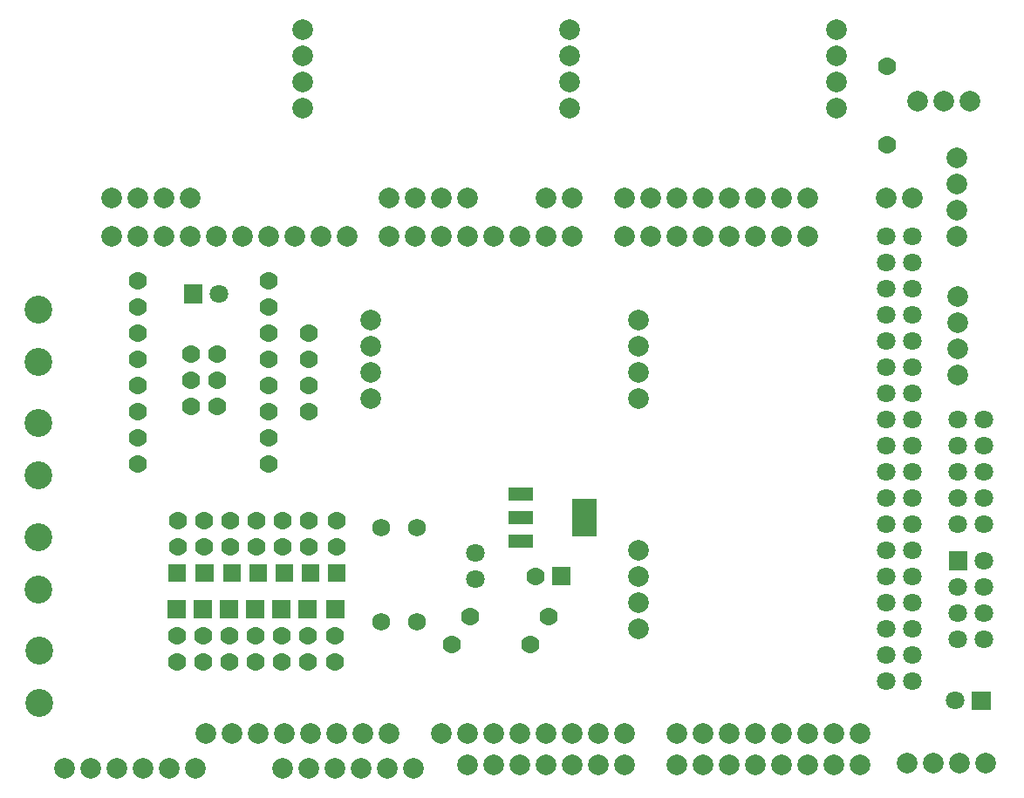
<source format=gts>
G04 Layer: TopSolderMaskLayer*
G04 EasyEDA v6.4.19.2, 2021-05-28T18:10:01+02:00*
G04 3d613cfe214941e49b762df90ee4d122,cfe1dd9c90504c3bbdd6ef614714b9c7,10*
G04 Gerber Generator version 0.2*
G04 Scale: 100 percent, Rotated: No, Reflected: No *
G04 Dimensions in inches *
G04 leading zeros omitted , absolute positions ,3 integer and 6 decimal *
%FSLAX36Y36*%
%MOIN*%

%ADD38C,0.0789*%
%ADD39C,0.0710*%
%ADD40C,0.0698*%
%ADD43C,0.1064*%
%ADD44C,0.0680*%

%LPD*%
D38*
G01*
X2590000Y1995000D03*
G01*
X2590000Y2095000D03*
G01*
X2590000Y2195000D03*
G01*
X2590000Y2295000D03*
D39*
G01*
X985000Y2395000D03*
D40*
G01*
X980000Y1965000D03*
G01*
X980000Y2065000D03*
G01*
X980000Y2165000D03*
G01*
X880000Y2165000D03*
G01*
X880000Y2065000D03*
G01*
X880000Y1965000D03*
G01*
X1330000Y2245000D03*
G01*
X1330000Y2045000D03*
G01*
X1330000Y1945000D03*
G36*
X990100Y1154099D02*
G01*
X990100Y1223899D01*
X1059899Y1223899D01*
X1059899Y1154099D01*
G37*
G01*
X1025000Y1089000D03*
G36*
X1090100Y1154099D02*
G01*
X1090100Y1223899D01*
X1159899Y1223899D01*
X1159899Y1154099D01*
G37*
G01*
X1125000Y1089000D03*
G01*
X1125000Y989000D03*
G36*
X1190100Y1154099D02*
G01*
X1190100Y1223899D01*
X1259899Y1223899D01*
X1259899Y1154099D01*
G37*
G01*
X1225000Y1089000D03*
G01*
X1225000Y989000D03*
G36*
X1290100Y1154099D02*
G01*
X1290100Y1223899D01*
X1359899Y1223899D01*
X1359899Y1154099D01*
G37*
G01*
X1325000Y1089000D03*
G01*
X1325000Y989000D03*
G01*
X1430000Y989000D03*
G01*
X1430000Y1089000D03*
G36*
X1395100Y1154099D02*
G01*
X1395100Y1223899D01*
X1464899Y1223899D01*
X1464899Y1154099D01*
G37*
G36*
X890100Y1154099D02*
G01*
X890100Y1223899D01*
X959899Y1223899D01*
X959899Y1154099D01*
G37*
G01*
X925000Y1089000D03*
G01*
X925000Y989000D03*
G01*
X1025000Y989000D03*
G01*
X930200Y1428020D03*
G01*
X930200Y1528020D03*
G36*
X1400299Y1293099D02*
G01*
X1400299Y1362899D01*
X1470100Y1362899D01*
X1470100Y1293099D01*
G37*
G36*
X895299Y1293099D02*
G01*
X895299Y1362899D01*
X965100Y1362899D01*
X965100Y1293099D01*
G37*
G01*
X1435200Y1528020D03*
G01*
X1435200Y1428020D03*
G01*
X1330200Y1428020D03*
G01*
X1330200Y1528020D03*
G36*
X1000299Y1293099D02*
G01*
X1000299Y1362899D01*
X1070100Y1362899D01*
X1070100Y1293099D01*
G37*
G01*
X1230200Y1428020D03*
G01*
X1230200Y1528020D03*
G36*
X1100299Y1293099D02*
G01*
X1100299Y1362899D01*
X1170100Y1362899D01*
X1170100Y1293099D01*
G37*
G01*
X1130200Y1428020D03*
G01*
X1130200Y1528020D03*
G36*
X1200299Y1293099D02*
G01*
X1200299Y1362899D01*
X1270100Y1362899D01*
X1270100Y1293099D01*
G37*
G01*
X1030200Y1428020D03*
G01*
X1030200Y1528020D03*
G36*
X1300299Y1293099D02*
G01*
X1300299Y1362899D01*
X1370100Y1362899D01*
X1370100Y1293099D01*
G37*
G01*
X1330000Y2145000D03*
G01*
X825000Y989000D03*
G01*
X825000Y1089000D03*
G36*
X790100Y1154099D02*
G01*
X790100Y1223899D01*
X859899Y1223899D01*
X859899Y1154099D01*
G37*
D38*
G01*
X1565000Y2295000D03*
G01*
X1565000Y2195000D03*
G01*
X1565000Y2095000D03*
G01*
X1565000Y1995000D03*
G01*
X2590000Y1415000D03*
G01*
X2590000Y1315000D03*
G01*
X2590000Y1215000D03*
G01*
X2590000Y1115000D03*
G01*
X3345000Y3105000D03*
G01*
X3345000Y3205000D03*
G01*
X3345000Y3305000D03*
G01*
X3345000Y3405000D03*
G01*
X2325000Y3405000D03*
G01*
X2325000Y3305000D03*
G01*
X2325000Y3205000D03*
G01*
X2325000Y3105000D03*
G01*
X1305000Y3405000D03*
G01*
X1305000Y3305000D03*
G01*
X1305000Y3205000D03*
G01*
X1305000Y3105000D03*
G01*
X695000Y580000D03*
G01*
X795000Y580000D03*
G01*
X895000Y580000D03*
G01*
X1330000Y580000D03*
G01*
X1430000Y580000D03*
G01*
X1530000Y580000D03*
G01*
X1630000Y580000D03*
G01*
X1935000Y595000D03*
G01*
X2035000Y595000D03*
G01*
X2135000Y595000D03*
G01*
X2235000Y595000D03*
G01*
X2335000Y595000D03*
G01*
X2435000Y595000D03*
G01*
X2535000Y595000D03*
G01*
X2735000Y595000D03*
G01*
X2835000Y595000D03*
G01*
X2935000Y595000D03*
G01*
X3035000Y595000D03*
G01*
X3135000Y595000D03*
G01*
X3235000Y595000D03*
G01*
X3335000Y595000D03*
G01*
X3435000Y595000D03*
D39*
G01*
X3910000Y1275000D03*
G01*
X3810000Y1275000D03*
G36*
X3774499Y1339499D02*
G01*
X3774499Y1410500D01*
X3845500Y1410500D01*
X3845500Y1339499D01*
G37*
G01*
X3910000Y1375000D03*
G01*
X3810000Y1175000D03*
G01*
X3910000Y1175000D03*
G01*
X3810000Y1075000D03*
G01*
X3910000Y1075000D03*
G36*
X2260100Y1280100D02*
G01*
X2260100Y1349899D01*
X2329899Y1349899D01*
X2329899Y1280100D01*
G37*
D40*
G01*
X2195000Y1315000D03*
D38*
G01*
X3615000Y600000D03*
G01*
X3815000Y600000D03*
G01*
X3715000Y600000D03*
G01*
X3915000Y600000D03*
G01*
X495000Y580000D03*
G01*
X595000Y580000D03*
G01*
X1730000Y580000D03*
G01*
X395000Y580000D03*
G01*
X1330000Y580000D03*
G01*
X1230000Y580000D03*
D39*
G01*
X3910000Y1515000D03*
G01*
X3810000Y1515000D03*
G01*
X3810000Y1615000D03*
G01*
X3910000Y1615000D03*
G01*
X3910000Y1715000D03*
G01*
X3810000Y1715000D03*
G01*
X3810000Y1815000D03*
G01*
X3910000Y1815000D03*
G01*
X3810000Y1915000D03*
G01*
X3910000Y1915000D03*
G36*
X790299Y1293099D02*
G01*
X790299Y1362899D01*
X860100Y1362899D01*
X860100Y1293099D01*
G37*
D40*
G01*
X830200Y1528020D03*
G01*
X830200Y1428000D03*
D38*
G01*
X2635000Y2760000D03*
G01*
X2735000Y2760000D03*
G01*
X2835000Y2760000D03*
G01*
X2935000Y2760000D03*
G01*
X3035000Y2760000D03*
G01*
X3135000Y2760000D03*
G01*
X3235000Y2760000D03*
G01*
X2535000Y2760000D03*
G01*
X2235000Y2760000D03*
G01*
X2335000Y2760000D03*
G01*
X575000Y2760000D03*
G01*
X675000Y2760000D03*
G01*
X775000Y2760000D03*
G01*
X875000Y2760000D03*
G01*
X1635000Y2760000D03*
G01*
X1735000Y2760000D03*
G01*
X1835000Y2760000D03*
G01*
X1935000Y2760000D03*
G01*
X3635000Y2760000D03*
G01*
X3535000Y2760000D03*
G01*
X3805000Y2915000D03*
G01*
X3805000Y2815000D03*
G01*
X3805000Y2715000D03*
G01*
X3805000Y2615000D03*
G01*
X3809799Y2085000D03*
G01*
X3809799Y2185000D03*
G01*
X3809799Y2285000D03*
G01*
X3809799Y2385000D03*
G01*
X3655000Y3130000D03*
G01*
X3755000Y3130000D03*
G01*
X3855000Y3130000D03*
D39*
G01*
X985000Y2395000D03*
G36*
X851099Y2359499D02*
G01*
X851099Y2430500D01*
X922100Y2430500D01*
X922100Y2359499D01*
G37*
D40*
G01*
X1175000Y2245000D03*
G01*
X1175000Y2345000D03*
G01*
X1175000Y2445000D03*
G01*
X1175000Y2145000D03*
G01*
X1175000Y2045000D03*
G01*
X1175000Y1945000D03*
G01*
X1175000Y1845000D03*
G01*
X1175000Y1745000D03*
G01*
X675000Y1745000D03*
G01*
X675000Y1845000D03*
G01*
X675000Y1945000D03*
G01*
X675000Y2045000D03*
G01*
X675000Y2145000D03*
G01*
X675000Y2245000D03*
G01*
X675000Y2345000D03*
G01*
X675000Y2445000D03*
D43*
G01*
X295000Y2335000D03*
G01*
X295000Y2135000D03*
G01*
X295000Y1900000D03*
G01*
X295000Y1700000D03*
D40*
G01*
X1945000Y1160000D03*
G01*
X2245000Y1160000D03*
D43*
G01*
X300000Y1030000D03*
G01*
X300000Y830000D03*
G01*
X295000Y1465000D03*
G01*
X295000Y1265000D03*
D40*
G01*
X1875000Y1055000D03*
G01*
X2175000Y1055000D03*
D44*
G01*
X1605000Y1500000D03*
G01*
X1743500Y1500000D03*
G01*
X1605000Y1140000D03*
G01*
X1743500Y1140000D03*
G36*
X2091499Y1605000D02*
G01*
X2091499Y1655999D01*
X2184499Y1655999D01*
X2184499Y1605000D01*
G37*
G36*
X2091499Y1514000D02*
G01*
X2091499Y1565000D01*
X2184499Y1565000D01*
X2184499Y1514000D01*
G37*
G36*
X2091499Y1424000D02*
G01*
X2091499Y1475000D01*
X2184499Y1475000D01*
X2184499Y1424000D01*
G37*
G36*
X2335500Y1466500D02*
G01*
X2335500Y1612500D01*
X2428500Y1612500D01*
X2428500Y1466500D01*
G37*
D39*
G01*
X1965000Y1405000D03*
G01*
X1965000Y1305000D03*
G01*
X3800000Y840000D03*
G36*
X3862899Y804499D02*
G01*
X3862899Y875500D01*
X3933900Y875500D01*
X3933900Y804499D01*
G37*
D38*
G01*
X775000Y2615000D03*
G01*
X675000Y2615000D03*
G01*
X2835000Y715000D03*
G01*
X2935000Y715000D03*
G01*
X3035000Y715000D03*
G01*
X3135000Y715000D03*
G01*
X3235000Y715000D03*
G01*
X3335000Y715000D03*
G01*
X3435000Y715000D03*
G01*
X2735000Y715000D03*
G01*
X2635000Y2615000D03*
G01*
X2735000Y2615000D03*
G01*
X2835000Y2615000D03*
G01*
X2935000Y2615000D03*
G01*
X3035000Y2615000D03*
G01*
X3135000Y2615000D03*
G01*
X3235000Y2615000D03*
G01*
X2535000Y2615000D03*
G01*
X1935000Y715000D03*
G01*
X2035000Y715000D03*
G01*
X2135000Y715000D03*
G01*
X2235000Y715000D03*
G01*
X2335000Y715000D03*
G01*
X2435000Y715000D03*
G01*
X2535000Y715000D03*
G01*
X1835000Y715000D03*
G01*
X1735000Y2615000D03*
G01*
X1835000Y2615000D03*
G01*
X1935000Y2615000D03*
G01*
X2035000Y2615000D03*
G01*
X2135000Y2615000D03*
G01*
X2235000Y2615000D03*
G01*
X2335000Y2615000D03*
G01*
X1635000Y2615000D03*
G01*
X875000Y2615000D03*
G01*
X975000Y2615000D03*
G01*
X1075000Y2615000D03*
G01*
X1175000Y2615000D03*
G01*
X1275000Y2615000D03*
G01*
X1375000Y2615000D03*
G01*
X1475000Y2615000D03*
D39*
G01*
X3635000Y1815000D03*
G01*
X3535000Y1815000D03*
G01*
X3635000Y1915000D03*
G01*
X3535000Y1915000D03*
G01*
X3635000Y2015000D03*
G01*
X3535000Y2015000D03*
G01*
X3635000Y2115000D03*
G01*
X3535000Y2115000D03*
G01*
X3635000Y2215000D03*
G01*
X3535000Y2215000D03*
G01*
X3635000Y2315000D03*
G01*
X3535000Y2315000D03*
G01*
X3635000Y2415000D03*
G01*
X3535000Y2415000D03*
G01*
X3635000Y2515000D03*
G01*
X3535000Y2515000D03*
G01*
X3635000Y1015000D03*
G01*
X3535000Y1015000D03*
G01*
X3635000Y1115000D03*
G01*
X3535000Y1115000D03*
G01*
X3635000Y1215000D03*
G01*
X3535000Y1215000D03*
G01*
X3635000Y1315000D03*
G01*
X3535000Y1315000D03*
G01*
X3635000Y1415000D03*
G01*
X3535000Y1415000D03*
G01*
X3635000Y1515000D03*
G01*
X3535000Y1515000D03*
G01*
X3635000Y1615000D03*
G01*
X3535000Y1615000D03*
G01*
X3635000Y1715000D03*
G01*
X3535000Y1715000D03*
G01*
X3535000Y915000D03*
G01*
X3635000Y915000D03*
G01*
X3535000Y2615000D03*
G01*
X3635000Y2615000D03*
D38*
G01*
X1135000Y715000D03*
G01*
X1235000Y715000D03*
G01*
X1335000Y715000D03*
G01*
X1435000Y715000D03*
G01*
X1535000Y715000D03*
G01*
X1635000Y715000D03*
G01*
X1035000Y715000D03*
G01*
X935000Y715000D03*
G01*
X575000Y2615000D03*
D40*
G01*
X3540000Y3265000D03*
G01*
X3540000Y2965000D03*
M02*

</source>
